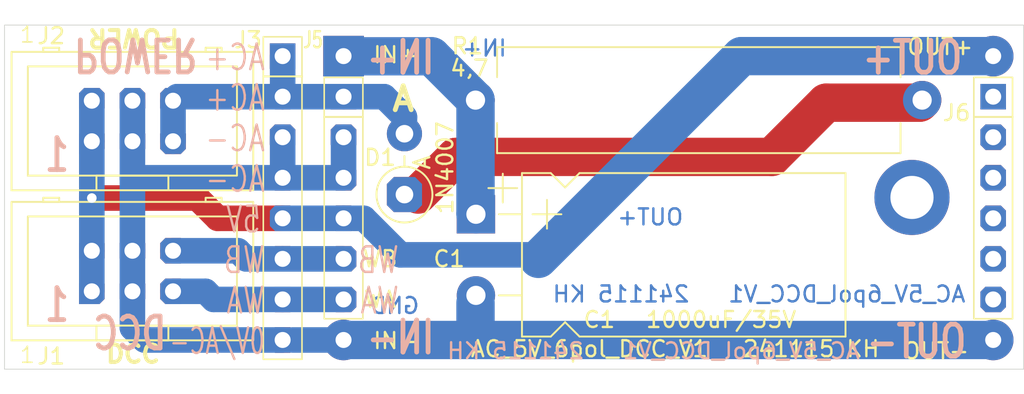
<source format=kicad_pcb>
(kicad_pcb (version 20240108) (generator "pcbnew") (generator_version "8.0")
  (layers (0 "F.Cu" signal) (31 "B.Cu" signal) (34 "B.Paste" user) (35 "F.Paste" user) (36 "B.SilkS" user "B.Silkscreen") (37 "F.SilkS" user "F.Silkscreen") (38 "B.Mask" user) (39 "F.Mask" user) (44 "Edge.Cuts" user))
  (net 0 "")
  (net 1 "/AC-")
  (net 2 "/IN+")
  (net 3 "/AC+")
  (net 4 "Net-(D1-K)")
  (net 5 "/5V")
  (net 12 "/WB")
  (net 13 "/WA")
  (footprint "_kh_library:D_DO-41_SOD81_P3.81mm_Vertical_AnodeUp_kh" (layer "F.Cu") (at 54.61 59.472183 90)
    (property "Reference" "D1" (at 2.322183 -1.524 180) (layer "F.SilkS"))
    (property "Value" "1N4007")
    (fp_line (start 1.750635 0) (end 2.41 0) (stroke (width 0.12)) (layer "F.SilkS"))
    (fp_circle (center 0 0) (end 1.750635 0) (stroke (width 0.12)) (fill none) (layer "F.SilkS"))
    (fp_text user "A" (at 2.01 1.1 90) (layer "F.SilkS"))
    (pad "1" thru_hole roundrect (at 0 0 90) (size 2.2 2.2) (drill 1.1) (layers "*.Cu" "*.Mask") (roundrect_rratio 0) (chamfer_ratio 0.2) (chamfer top_left top_right bottom_left bottom_right) (net 4 "Net-(D1-K)"))
    (pad "2" thru_hole oval (at 3.81 0 90) (size 2.2 2.2) (drill 1.1) (layers "*.Cu" "*.Mask") (net 3 "/AC+"))
  )
  (footprint "_kh_library:MountingHole_2.7mm_M2.5_DIN965_Pad_TopBottom" (layer "F.Cu") (at 86.36 59.652)
    (property "Reference" "H1" (hide yes))
    (property "Value" "MountingHole" (hide yes))
    (pad "1" thru_hole circle (at 0 0) (size 3.1 3.1) (drill 2.7) (layers "*.Cu" "*.Mask"))
    (pad "1" connect circle (at 0 0) (size 4.7 4.7) (layers "F.Cu" "F.Mask"))
    (pad "1" connect circle (at 0 0) (size 4.7 4.7) (layers "B.Cu" "B.Mask"))
  )
  (footprint "_kh_library:PinSocket_1x08_P2.54mm_Vertical_kh" (layer "F.Cu") (at 46.99 50.8)
    (property "Reference" "J3" (at -2.159 -1.016 0) (layer "F.SilkS"))
    (property "Value" "Conn_01x08")
    (fp_line (start -1.21 1.27) (end 1.21 1.27) (stroke (width 0.12)) (layer "F.SilkS"))
    (fp_rect (start -1.21 -1.21) (end 1.21 18.99) (stroke (width 0.1)) (fill none) (layer "F.SilkS"))
    (pad "1" thru_hole rect (at 0 0) (size 1.6 1.6) (drill 1) (layers "*.Cu" "*.Mask") (net 3 "/AC+"))
    (pad "2" thru_hole roundrect (at 0 2.54) (size 1.6 1.6) (drill 1) (layers "*.Cu" "*.Mask") (roundrect_rratio 0) (chamfer_ratio 0.2) (chamfer top_left top_right bottom_left bottom_right) (net 3 "/AC+"))
    (pad "3" thru_hole roundrect (at 0 5.08) (size 1.6 1.6) (drill 1) (layers "*.Cu" "*.Mask") (roundrect_rratio 0) (chamfer_ratio 0.2) (chamfer top_left top_right bottom_left bottom_right) (net 1 "/AC-"))
    (pad "4" thru_hole roundrect (at 0 7.62) (size 1.6 1.6) (drill 1) (layers "*.Cu" "*.Mask") (roundrect_rratio 0) (chamfer_ratio 0.2) (chamfer top_left top_right bottom_left bottom_right) (net 1 "/AC-"))
    (pad "5" thru_hole roundrect (at 0 10.16) (size 1.6 1.6) (drill 1) (layers "*.Cu" "*.Mask") (roundrect_rratio 0) (chamfer_ratio 0.2) (chamfer top_left top_right bottom_left bottom_right) (net 5 "/5V"))
    (pad "6" thru_hole roundrect (at 0 12.7) (size 1.6 1.6) (drill 1) (layers "*.Cu" "*.Mask") (roundrect_rratio 0) (chamfer_ratio 0.2) (chamfer top_left top_right bottom_left bottom_right) (net 12 "/WB"))
    (pad "7" thru_hole roundrect (at 0 15.24) (size 1.6 1.6) (drill 1) (layers "*.Cu" "*.Mask") (roundrect_rratio 0) (chamfer_ratio 0.2) (chamfer top_left top_right bottom_left bottom_right) (net 13 "/WA"))
    (pad "8" thru_hole roundrect (at 0 17.78) (size 1.6 1.6) (drill 1) (layers "*.Cu" "*.Mask") (roundrect_rratio 0) (chamfer_ratio 0.2) (chamfer top_left top_right bottom_left bottom_right) (net 1 "/AC-"))
  )
  (footprint "Resistor_THT:R_Axial_Power_L25.0mm_W6.4mm_P27.94mm" (layer "F.Cu") (at 59.055 53.556)
    (property "Reference" "R1" (at -0.508 -3.391 0) (layer "F.SilkS"))
    (property "Value" "4,7")
    (fp_line (start 1.35 -3.32) (end 26.59 -3.32) (stroke (width 0.12)) (layer "F.SilkS"))
    (fp_line (start 1.35 -1.44) (end 1.35 -3.32) (stroke (width 0.12)) (layer "F.SilkS"))
    (fp_line (start 1.35 1.44) (end 1.35 3.32) (stroke (width 0.12)) (layer "F.SilkS"))
    (fp_line (start 1.35 3.32) (end 26.59 3.32) (stroke (width 0.12)) (layer "F.SilkS"))
    (fp_line (start 26.59 -3.32) (end 26.59 -1.44) (stroke (width 0.12)) (layer "F.SilkS"))
    (fp_line (start 26.59 3.32) (end 26.59 1.44) (stroke (width 0.12)) (layer "F.SilkS"))
    (pad "1" thru_hole circle (at 0 0) (size 2.4 2.4) (drill 1.2) (layers "*.Cu" "*.Mask") (net 2 "/IN+"))
    (pad "2" thru_hole oval (at 27.94 0) (size 2.4 2.4) (drill 1.2) (layers "*.Cu" "*.Mask") (net 4 "Net-(D1-K)"))
  )
  (footprint "_kh_library:PinSocket_1x06_P2.54mm_Vertical_kh" (layer "F.Cu") (at 50.8 53.34)
    (property "Reference" "J5" (at -1.905 -3.556 0) (layer "F.SilkS") (effects (font (size 1 0.7))))
    (property "Value" "Conn_01x06" (hide yes))
    (fp_line (start -1.21 1.27) (end 1.21 1.27) (stroke (width 0.12)) (layer "F.SilkS"))
    (fp_rect (start -1.21 -1.21) (end 1.21 13.91) (stroke (width 0.1)) (fill none) (layer "F.SilkS"))
    (pad "1" thru_hole rect (at 0 0) (size 1.6 1.6) (drill 1) (layers "*.Cu" "*.Mask") (net 3 "/AC+"))
    (pad "2" thru_hole roundrect (at 0 2.54) (size 1.6 1.6) (drill 1) (layers "*.Cu" "*.Mask") (roundrect_rratio 0) (chamfer_ratio 0.2) (chamfer top_left top_right bottom_left bottom_right) (net 1 "/AC-"))
    (pad "3" thru_hole roundrect (at 0 5.08) (size 1.6 1.6) (drill 1) (layers "*.Cu" "*.Mask") (roundrect_rratio 0) (chamfer_ratio 0.2) (chamfer top_left top_right bottom_left bottom_right) (net 1 "/AC-"))
    (pad "4" thru_hole roundrect (at 0 7.62) (size 1.6 1.6) (drill 1) (layers "*.Cu" "*.Mask") (roundrect_rratio 0) (chamfer_ratio 0.2) (chamfer top_left top_right bottom_left bottom_right) (net 5 "/5V"))
    (pad "5" thru_hole roundrect (at 0 10.16) (size 1.6 1.6) (drill 1) (layers "*.Cu" "*.Mask") (roundrect_rratio 0) (chamfer_ratio 0.2) (chamfer top_left top_right bottom_left bottom_right) (net 12 "/WB"))
    (pad "6" thru_hole roundrect (at 0 12.7) (size 1.6 1.6) (drill 1) (layers "*.Cu" "*.Mask") (roundrect_rratio 0) (chamfer_ratio 0.2) (chamfer top_left top_right bottom_left bottom_right) (net 13 "/WA"))
  )
  (footprint "_kh_library:Box_02x03_P2.54mm_Vertical_kh" (layer "F.Cu") (at 35.052 65.532)
    (property "Reference" "J1" (at -2.54 4.064 0) (layer "F.SilkS"))
    (property "Value" "Box_02x03_P2.54_Vertical")
    (fp_rect (start -5.02 3.07) (end 10.1 -5.6) (stroke (width 0.12)) (fill none) (layer "F.SilkS"))
    (fp_rect (start -4 2.15) (end 9.08 -4.69) (stroke (width 0.12)) (fill none) (layer "F.SilkS"))
    (fp_rect (start -3.04 -5.6) (end -2.04 -5.86) (stroke (width 0.12)) (fill none) (layer "F.SilkS"))
    (fp_rect (start 0.29 3.07) (end 4.79 2.15) (stroke (width 0.12)) (fill none) (layer "F.SilkS"))
    (fp_rect (start 7.12 -5.6) (end 8.12 -5.86) (stroke (width 0.12)) (fill none) (layer "F.SilkS"))
    (fp_text user "1" (at -4.572 4.572 0) (layer "F.SilkS") (effects (font (thickness 0.1)) (justify left bottom)))
    (pad "1" thru_hole roundrect (at 0 0) (size 1.6 1.6) (drill 1) (layers "*.Cu" "*.Mask") (roundrect_rratio 0) (chamfer_ratio 0.2) (chamfer top_left top_right bottom_right) (net 5 "/5V"))
    (pad "2" thru_hole roundrect (at 0 -2.54) (size 1.6 1.6) (drill 1) (layers "*.Cu" "*.Mask") (roundrect_rratio 0) (chamfer_ratio 0.2) (chamfer top_left top_right bottom_left bottom_right) (net 5 "/5V"))
    (pad "3" thru_hole roundrect (at 2.54 0) (size 1.6 1.6) (drill 1) (layers "*.Cu" "*.Mask") (roundrect_rratio 0) (chamfer_ratio 0.2) (chamfer top_left top_right bottom_left bottom_right) (net 1 "/AC-"))
    (pad "4" thru_hole roundrect (at 2.54 -2.54) (size 1.6 1.6) (drill 1) (layers "*.Cu" "*.Mask") (roundrect_rratio 0) (chamfer_ratio 0.2) (chamfer top_left top_right bottom_left bottom_right) (net 1 "/AC-"))
    (pad "5" thru_hole roundrect (at 5.08 0) (size 1.6 1.6) (drill 1) (layers "*.Cu" "*.Mask") (roundrect_rratio 0) (chamfer_ratio 0.2) (chamfer top_left top_right bottom_left bottom_right) (net 13 "/WA"))
    (pad "6" thru_hole roundrect (at 5.08 -2.54) (size 1.6 1.6) (drill 1) (layers "*.Cu" "*.Mask") (roundrect_rratio 0) (chamfer_ratio 0.2) (chamfer top_left top_right bottom_left bottom_right) (net 12 "/WB"))
  )
  (footprint "_kh_library:CP_Radial_L20.0mm_D10.0mm_P5.08mm_Horizontal" (layer "F.Cu") (at 59.0815 63.246)
    (property "Reference" "C1" (at -1.6775 0.254 0) (layer "F.SilkS"))
    (property "Value" "1000uF/35V")
    (fp_line (start 0.78 -4.18) (end 2.58 -4.18) (stroke (width 0.12)) (layer "F.SilkS"))
    (fp_line (start 1.44 -2.54) (end 2.88 -2.54) (stroke (width 0.12)) (layer "F.SilkS"))
    (fp_line (start 1.44 2.54) (end 2.88 2.54) (stroke (width 0.12)) (layer "F.SilkS"))
    (fp_line (start 1.68 -5.08) (end 1.68 -3.28) (stroke (width 0.12)) (layer "F.SilkS"))
    (fp_line (start 2.88 -5.12) (end 2.88 5.12) (stroke (width 0.12)) (layer "F.SilkS"))
    (fp_line (start 2.88 -5.12) (end 4.68 -5.12) (stroke (width 0.12)) (layer "F.SilkS"))
    (fp_line (start 2.88 5.12) (end 4.68 5.12) (stroke (width 0.12)) (layer "F.SilkS"))
    (fp_line (start 3.545 -2.54) (end 5.345 -2.54) (stroke (width 0.12)) (layer "F.SilkS"))
    (fp_line (start 4.445 -3.44) (end 4.445 -1.64) (stroke (width 0.12)) (layer "F.SilkS"))
    (fp_line (start 4.68 -5.12) (end 5.58 -4.22) (stroke (width 0.12)) (layer "F.SilkS"))
    (fp_line (start 4.68 5.12) (end 5.58 4.22) (stroke (width 0.12)) (layer "F.SilkS"))
    (fp_line (start 5.58 -4.22) (end 6.48 -5.12) (stroke (width 0.12)) (layer "F.SilkS"))
    (fp_line (start 5.58 4.22) (end 6.48 5.12) (stroke (width 0.12)) (layer "F.SilkS"))
    (fp_line (start 6.48 -5.12) (end 23.12 -5.12) (stroke (width 0.12)) (layer "F.SilkS"))
    (fp_line (start 6.48 5.12) (end 23.12 5.12) (stroke (width 0.12)) (layer "F.SilkS"))
    (fp_line (start 23.12 -5.12) (end 23.12 5.12) (stroke (width 0.12)) (layer "F.SilkS"))
    (pad "1" thru_hole rect (at 0 -2.54) (size 2.4 2.4) (drill 1.2) (layers "*.Cu" "*.Mask") (net 2 "/IN+"))
    (pad "2" thru_hole oval (at 0 2.54) (size 2.4 2.4) (drill 1.2) (layers "*.Cu" "*.Mask") (net 1 "/AC-"))
  )
  (footprint "_kh_library:PinSocket_1x06_P2.54mm_Vertical_kh" (layer "F.Cu") (at 91.44 53.34)
    (property "Reference" "J6" (at -2.286 1.016 0) (layer "F.SilkS"))
    (property "Value" "Conn_01x06" (hide yes))
    (fp_line (start -1.21 1.27) (end 1.21 1.27) (stroke (width 0.12)) (layer "F.SilkS"))
    (fp_rect (start -1.21 -1.21) (end 1.21 13.91) (stroke (width 0.1)) (fill none) (layer "F.SilkS"))
    (pad "1" thru_hole rect (at 0 0) (size 1.6 1.6) (drill 1) (layers "*.Cu" "*.Mask"))
    (pad "2" thru_hole roundrect (at 0 2.54) (size 1.6 1.6) (drill 1) (layers "*.Cu" "*.Mask") (roundrect_rratio 0) (chamfer_ratio 0.2) (chamfer top_left top_right bottom_left bottom_right))
    (pad "3" thru_hole roundrect (at 0 5.08) (size 1.6 1.6) (drill 1) (layers "*.Cu" "*.Mask") (roundrect_rratio 0) (chamfer_ratio 0.2) (chamfer top_left top_right bottom_left bottom_right))
    (pad "4" thru_hole roundrect (at 0 7.62) (size 1.6 1.6) (drill 1) (layers "*.Cu" "*.Mask") (roundrect_rratio 0) (chamfer_ratio 0.2) (chamfer top_left top_right bottom_left bottom_right))
    (pad "5" thru_hole roundrect (at 0 10.16) (size 1.6 1.6) (drill 1) (layers "*.Cu" "*.Mask") (roundrect_rratio 0) (chamfer_ratio 0.2) (chamfer top_left top_right bottom_left bottom_right))
    (pad "6" thru_hole roundrect (at 0 12.7) (size 1.6 1.6) (drill 1) (layers "*.Cu" "*.Mask") (roundrect_rratio 0) (chamfer_ratio 0.2) (chamfer top_left top_right bottom_left bottom_right))
  )
  (footprint "_kh_library:DCDC_StepDown_LM2596_PinsOnly" (layer "F.Cu") (at 50.8 50.8)
    (property "Reference" "U1" (hide yes))
    (property "Value" "DCDC_StepDown_LM2596")
    (fp_text user "OUT-" (at 34.925 19.05 0) (layer "F.SilkS") (effects (justify left bottom)))
    (fp_text user "IN-" (at 1.778 18.415 0) (layer "F.SilkS") (effects (justify left bottom)))
    (fp_text user "IN+" (at 1.778 0.508 0) (layer "F.SilkS") (effects (justify left bottom)))
    (fp_text user "OUT+" (at 35.179 0 0) (layer "F.SilkS") (effects (justify left bottom)))
    (pad "1" thru_hole rect (at 0 0) (size 2.54 2.54) (drill 1) (layers "*.Cu" "*.Mask") (net 2 "/IN+"))
    (pad "2" thru_hole circle (at 0 17.78) (size 2.54 2.54) (drill 1) (layers "*.Cu" "*.Mask") (net 1 "/AC-"))
    (pad "3" thru_hole circle (at 40.64 17.78) (size 2.54 2.54) (drill 1) (layers "*.Cu" "*.Mask") (net 1 "/AC-"))
    (pad "4" thru_hole circle (at 40.64 0) (size 2.54 2.54) (drill 1) (layers "*.Cu" "*.Mask") (net 5 "/5V"))
  )
  (footprint "_kh_library:Box_02x03_P2.54mm_Vertical_kh" (layer "F.Cu") (at 35.052 56.134)
    (property "Reference" "J2" (at -2.54 -6.604 0) (layer "F.SilkS"))
    (property "Value" "Box_02x03_P2.54_Vertical_kh")
    (fp_rect (start -5.02 3.07) (end 10.1 -5.6) (stroke (width 0.12)) (fill none) (layer "F.SilkS"))
    (fp_rect (start -4 2.15) (end 9.08 -4.69) (stroke (width 0.12)) (fill none) (layer "F.SilkS"))
    (fp_rect (start -3.04 -5.6) (end -2.04 -5.86) (stroke (width 0.12)) (fill none) (layer "F.SilkS"))
    (fp_rect (start 0.29 3.07) (end 4.79 2.15) (stroke (width 0.12)) (fill none) (layer "F.SilkS"))
    (fp_rect (start 7.12 -5.6) (end 8.12 -5.86) (stroke (width 0.12)) (fill none) (layer "F.SilkS"))
    (fp_text user "1" (at -4.572 -6.096 0) (layer "F.SilkS") (effects (font (thickness 0.1)) (justify left bottom)))
    (pad "1" thru_hole roundrect (at 0 0) (size 1.6 1.6) (drill 1) (layers "*.Cu" "*.Mask") (roundrect_rratio 0) (chamfer_ratio 0.2) (chamfer top_left top_right bottom_right) (net 5 "/5V"))
    (pad "2" thru_hole roundrect (at 0 -2.54) (size 1.6 1.6) (drill 1) (layers "*.Cu" "*.Mask") (roundrect_rratio 0) (chamfer_ratio 0.2) (chamfer top_left top_right bottom_left bottom_right) (net 5 "/5V"))
    (pad "3" thru_hole roundrect (at 2.54 0) (size 1.6 1.6) (drill 1) (layers "*.Cu" "*.Mask") (roundrect_rratio 0) (chamfer_ratio 0.2) (chamfer top_left top_right bottom_left bottom_right) (net 1 "/AC-"))
    (pad "4" thru_hole roundrect (at 2.54 -2.54) (size 1.6 1.6) (drill 1) (layers "*.Cu" "*.Mask") (roundrect_rratio 0) (chamfer_ratio 0.2) (chamfer top_left top_right bottom_left bottom_right) (net 1 "/AC-"))
    (pad "5" thru_hole roundrect (at 5.08 0) (size 1.6 1.6) (drill 1) (layers "*.Cu" "*.Mask") (roundrect_rratio 0) (chamfer_ratio 0.2) (chamfer top_left top_right bottom_left bottom_right) (net 3 "/AC+"))
    (pad "6" thru_hole roundrect (at 5.08 -2.54) (size 1.6 1.6) (drill 1) (layers "*.Cu" "*.Mask") (roundrect_rratio 0) (chamfer_ratio 0.2) (chamfer top_left top_right bottom_left bottom_right) (net 3 "/AC+"))
  )
  (gr_rect (start 29.591 48.857) (end 93.345 70.411) (stroke (width 0.05)) (fill none) (layer "Edge.Cuts"))
  (gr_text "AC_5V_6pol_DCC_V1" (at 58.674 69.596 0) (layer "F.Cu") (effects (font (size 1 1)) (justify left bottom)))
  (gr_text "241115 KH" (at 75.692 69.723 0) (layer "F.Cu") (effects (font (size 1 1)) (justify left bottom)))
  (gr_text "AC_5V_6pol_DCC_V1" (at 89.789 66.294 0) (layer "B.Cu") (effects (font (size 1 1)) (justify left bottom mirror)))
  (gr_text "IN+" (at 61.087 50.889 0) (layer "B.Cu") (effects (font (size 1 1)) (justify left bottom mirror)))
  (gr_text "GND" (at 55.626 67.018 0) (layer "B.Cu") (effects (font (size 1 1)) (justify left bottom mirror)))
  (gr_text "OUT+" (at 72.136 61.468 0) (layer "B.Cu") (effects (font (size 1 1)) (justify left bottom mirror)))
  (gr_text "241115 KH" (at 72.517 66.294 0) (layer "B.Cu") (effects (font (size 1 1)) (justify left bottom mirror)))
  (gr_text "WB" (at 54.356 64.516 0) (layer "B.SilkS") (effects (font (size 1.6 1.2)) (justify left bottom mirror)))
  (gr_text "1" (at 33.782 67.564 0) (layer "B.SilkS") (effects (font (size 2 1.5) (thickness 0.3) (bold yes)) (justify left bottom mirror)))
  (gr_text "0V/AC-" (at 45.974 69.596 0) (layer "B.SilkS") (effects (font (size 1.6 1)) (justify left bottom mirror)))
  (gr_text "IN-" (at 56.642 69.596 0) (layer "B.SilkS") (effects (font (size 2 1.5) (thickness 0.3) (bold yes)) (justify left bottom mirror)))
  (gr_text "IN+" (at 56.642 52.07 0) (layer "B.SilkS") (effects (font (size 2 1.5) (thickness 0.3) (bold yes)) (justify left bottom mirror)))
  (gr_text "POWER" (at 33.782 49.53 180) (layer "B.SilkS") (effects (font (size 2 1.5) (thickness 0.3) (bold yes)) (justify left bottom mirror)))
  (gr_text "1" (at 33.782 58.166 0) (layer "B.SilkS") (effects (font (size 2 1.5) (thickness 0.3) (bold yes)) (justify left bottom mirror)))
  (gr_text "DCC" (at 39.878 69.342 0) (layer "B.SilkS") (effects (font (size 2 1.5) (thickness 0.3) (bold yes)) (justify left bottom mirror)))
  (gr_text "AC+" (at 45.974 51.816 0) (layer "B.SilkS") (effects (font (size 1.6 1.2)) (justify left bottom mirror)))
  (gr_text "WB" (at 45.974 64.516 0) (layer "B.SilkS") (effects (font (size 1.6 1.2)) (justify left bottom mirror)))
  (gr_text "WA" (at 45.974 67.056 0) (layer "B.SilkS") (effects (font (size 1.6 1.2)) (justify left bottom mirror)))
  (gr_text "5V" (at 45.72 61.976 0) (layer "B.SilkS") (effects (font (size 1.6 1.2)) (justify left bottom mirror)))
  (gr_text "OUT-" (at 89.916 69.85 0) (layer "B.SilkS") (effects (font (size 2 1.5) (thickness 0.3) (bold yes)) (justify left bottom mirror)))
  (gr_text "241115 KH" (at 65.913 69.85 0) (layer "B.SilkS") (effects (font (size 1 1)) (justify left bottom mirror)))
  (gr_text "AC-" (at 45.974 59.436 0) (layer "B.SilkS") (effects (font (size 1.6 1.2)) (justify left bottom mirror)))
  (gr_text "AC+" (at 45.974 54.356 0) (layer "B.SilkS") (effects (font (size 1.6 1.2)) (justify left bottom mirror)))
  (gr_text "OUT+" (at 89.662 52.07 0) (layer "B.SilkS") (effects (font (size 2 1.5) (thickness 0.3) (bold yes)) (justify left bottom mirror)))
  (gr_text "AC-" (at 45.974 56.896 0) (layer "B.SilkS") (effects (font (size 1.6 1.2)) (justify left bottom mirror)))
  (gr_text "WA" (at 54.356 67.056 0) (layer "B.SilkS") (effects (font (size 1.6 1.2)) (justify left bottom mirror)))
  (gr_text "AC_5V_6pol_DCC_V1" (at 83.185 69.85 0) (layer "B.SilkS") (effects (font (size 1 1)) (justify left bottom mirror)))
  (gr_text "241115 KH" (at 75.692 69.723 0) (layer "F.SilkS") (effects (font (size 1 1)) (justify left bottom)))
  (gr_text "AC_5V_6pol_DCC_V1" (at 58.674 69.723 0) (layer "F.SilkS") (effects (font (size 1 1)) (justify left bottom)))
  (gr_text "POWER" (at 40.64 49.022 180) (layer "F.SilkS") (effects (font (size 1.1 1.1) (thickness 0.25) (bold yes)) (justify left bottom)))
  (gr_text "4,7" (at 58.674 51.562 0) (layer "F.SilkS") (effects (font (size 1 1))))
  (gr_text "1000uF/35V" (at 74.422 67.31 0) (layer "F.SilkS") (effects (font (size 1 1))))
  (gr_text "A" (at 55.372 54.356 0) (layer "F.SilkS") (effects (font (size 1.5 1.5) (thickness 0.3) (bold yes)) (justify left bottom mirror)))
  (gr_text "WB" (at 53.086 63.5 0) (layer "F.SilkS") (effects (font (size 1 1))))
  (gr_text "DCC" (at 35.814 70.104 0) (layer "F.SilkS") (effects (font (size 1.1 1.1) (thickness 0.25) (bold yes)) (justify left bottom)))
  (gr_text "1N4007" (at 57.15 57.785 90) (layer "F.SilkS") (effects (font (size 1 1))))
  (gr_text "C1" (at 66.802 67.31 0) (layer "F.SilkS") (effects (font (size 1 1))))
  (gr_text "WA" (at 53.086 66.04 0) (layer "F.SilkS") (effects (font (size 1 1))))
  (segment (start 46.99 58.42) (end 37.592 58.42) (width 1.6) (layer "B.Cu") (net 1))
  (segment (start 47.625 68.58) (end 50.8 68.58) (width 1.6) (layer "B.Cu") (net 1))
  (segment (start 91.44 68.58) (end 59.055 68.58) (width 2.4) (layer "B.Cu") (net 1))
  (segment (start 46.99 58.42) (end 46.99 55.88) (width 1.6) (layer "B.Cu") (net 1))
  (segment (start 37.592 62.992) (end 37.592 58.42) (width 1.6) (layer "B.Cu") (net 1))
  (segment (start 50.8 55.88) (end 50.8 58.42) (width 1.6) (layer "B.Cu") (net 1))
  (segment (start 37.592 67.818) (end 37.592 65.532) (width 1.6) (layer "B.Cu") (net 1))
  (segment (start 37.592 65.532) (end 37.592 62.992) (width 1.6) (layer "B.Cu") (net 1))
  (segment (start 59.055 68.58) (end 50.8 68.58) (width 2.4) (layer "B.Cu") (net 1))
  (segment (start 38.354 68.58) (end 37.592 67.818) (width 1.6) (layer "B.Cu") (net 1))
  (segment (start 37.592 58.42) (end 37.592 56.134) (width 1.6) (layer "B.Cu") (net 1))
  (segment (start 46.99 68.58) (end 38.354 68.58) (width 1.6) (layer "B.Cu") (net 1))
  (segment (start 59.055 66.256) (end 59.055 68.58) (width 2.4) (layer "B.Cu") (net 1))
  (segment (start 50.8 58.42) (end 46.99 58.42) (width 1.6) (layer "B.Cu") (net 1))
  (segment (start 37.592 56.134) (end 37.592 53.594) (width 1.6) (layer "B.Cu") (net 1))
  (segment (start 59.055 53.556) (end 56.31 50.811) (width 2.4) (layer "B.Cu") (net 2))
  (segment (start 59.055 60.6795) (end 59.055 53.556) (width 2.4) (layer "B.Cu") (net 2))
  (segment (start 56.31 50.811) (end 50.811 50.811) (width 2.4) (layer "B.Cu") (net 2))
  (segment (start 59.0815 60.706) (end 59.055 60.6795) (width 2.4) (layer "B.Cu") (net 2))
  (segment (start 46.99 53.34) (end 40.386 53.34) (width 1.6) (layer "B.Cu") (net 3))
  (segment (start 54.61 54.61) (end 53.34 53.34) (width 1.6) (layer "B.Cu") (net 3))
  (segment (start 53.34 53.34) (end 50.8 53.34) (width 1.6) (layer "B.Cu") (net 3))
  (segment (start 46.99 50.8) (end 46.99 53.34) (width 1.6) (layer "B.Cu") (net 3))
  (segment (start 50.8 53.34) (end 46.99 53.34) (width 1.6) (layer "B.Cu") (net 3))
  (segment (start 40.386 53.34) (end 40.132 53.594) (width 1.6) (layer "B.Cu") (net 3))
  (segment (start 40.132 53.594) (end 40.132 56.134) (width 1.6) (layer "B.Cu") (net 3))
  (segment (start 54.61 55.662183) (end 54.61 54.61) (width 1.6) (layer "B.Cu") (net 3))
  (segment (start 57.823 57.112) (end 77.597 57.112) (width 2.4) (layer "F.Cu") (net 4))
  (segment (start 86.995 53.556) (end 86.834992 53.716008) (width 2.4) (layer "F.Cu") (net 4))
  (segment (start 55.462817 59.472183) (end 57.823 57.112) (width 2.4) (layer "F.Cu") (net 4))
  (segment (start 54.61 59.472183) (end 55.462817 59.472183) (width 1.6) (layer "F.Cu") (net 4))
  (segment (start 86.834992 53.716008) (end 80.992992 53.716008) (width 2.4) (layer "F.Cu") (net 4))
  (segment (start 80.992992 53.716008) (end 77.597 57.112) (width 2.4) (layer "F.Cu") (net 4))
  (segment (start 46.99 60.96) (end 42.926 60.96) (width 1.6) (layer "F.Cu") (net 5))
  (segment (start 42.926 60.96) (end 41.656 59.69) (width 1.6) (layer "F.Cu") (net 5))
  (segment (start 41.656 59.69) (end 35.052 59.69) (width 1.6) (layer "F.Cu") (net 5))
  (via (at 35.052 59.69) (size 1.2) (drill 0.6) (layers "F.Cu" "B.Cu") (net 5))
  (segment (start 75.692 50.8) (end 62.992 63.5) (width 2.4) (layer "B.Cu") (net 5))
  (segment (start 46.99 60.96) (end 50.8 60.96) (width 1.6) (layer "B.Cu") (net 5))
  (segment (start 91.44 50.8) (end 75.692 50.8) (width 2.4) (layer "B.Cu") (net 5))
  (segment (start 52.07 60.96) (end 54.356 63.246) (width 1.6) (layer "B.Cu") (net 5))
  (segment (start 35.052 56.134) (end 35.052 62.992) (width 1.6) (layer "B.Cu") (net 5))
  (segment (start 35.052 53.594) (end 35.052 56.134) (width 1.6) (layer "B.Cu") (net 5))
  (segment (start 54.356 63.246) (end 62.738 63.246) (width 1.6) (layer "B.Cu") (net 5))
  (segment (start 62.738 63.246) (end 62.992 63.5) (width 1.6) (layer "B.Cu") (net 5))
  (segment (start 50.8 60.96) (end 52.07 60.96) (width 1.6) (layer "B.Cu") (net 5))
  (segment (start 35.052 62.992) (end 35.052 65.532) (width 1.6) (layer "B.Cu") (net 5))
  (segment (start 40.132 62.992) (end 44.196 62.992) (width 1.6) (layer "B.Cu") (net 12))
  (segment (start 44.704 63.5) (end 46.99 63.5) (width 1.6) (layer "B.Cu") (net 12))
  (segment (start 44.196 62.992) (end 44.704 63.5) (width 1.6) (layer "B.Cu") (net 12))
  (segment (start 50.8 63.5) (end 46.99 63.5) (width 1.6) (layer "B.Cu") (net 12))
  (segment (start 46.99 66.04) (end 50.8 66.04) (width 1.6) (layer "B.Cu") (net 13))
  (segment (start 40.132 65.532) (end 42.164 65.532) (width 1.6) (layer "B.Cu") (net 13))
  (segment (start 42.672 66.04) (end 46.99 66.04) (width 1.6) (layer "B.Cu") (net 13))
  (segment (start 42.164 65.532) (end 42.672 66.04) (width 1.6) (layer "B.Cu") (net 13))
)
</source>
